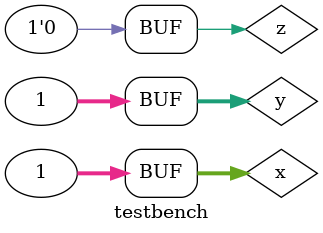
<source format=v>
module testbench;
 reg [31:0] x,y;
 reg z;
 wire [31:0] s;
 wire c;
 fadder_32bit fl(s,c,x,y,z);
 initial
 $monitor(,$time,"x=%d,y=%d,z=%d,s=%d,c=%d",x,y,z,s,c);
 initial
 begin
 #0 x=32'd188;y=32'd100;z=1'b0;
 #4 x=32'd4654;y=32'd1765;z=1'b0;
 #4 x=32'd54;y=32'd65;z=1'b0;
 #4 x=32'd10000;y=32'd20000;z=1'b0;
 #4 x=32'd0;y=32'd0;z=1'b0;
 #4 x=32'd1;y=32'd0;z=1'b0;
 #4 x=32'd0;y=32'd1;z=1'b0;
 #4 x=32'd1;y=32'd1;z=1'b0;
 end
endmodule
</source>
